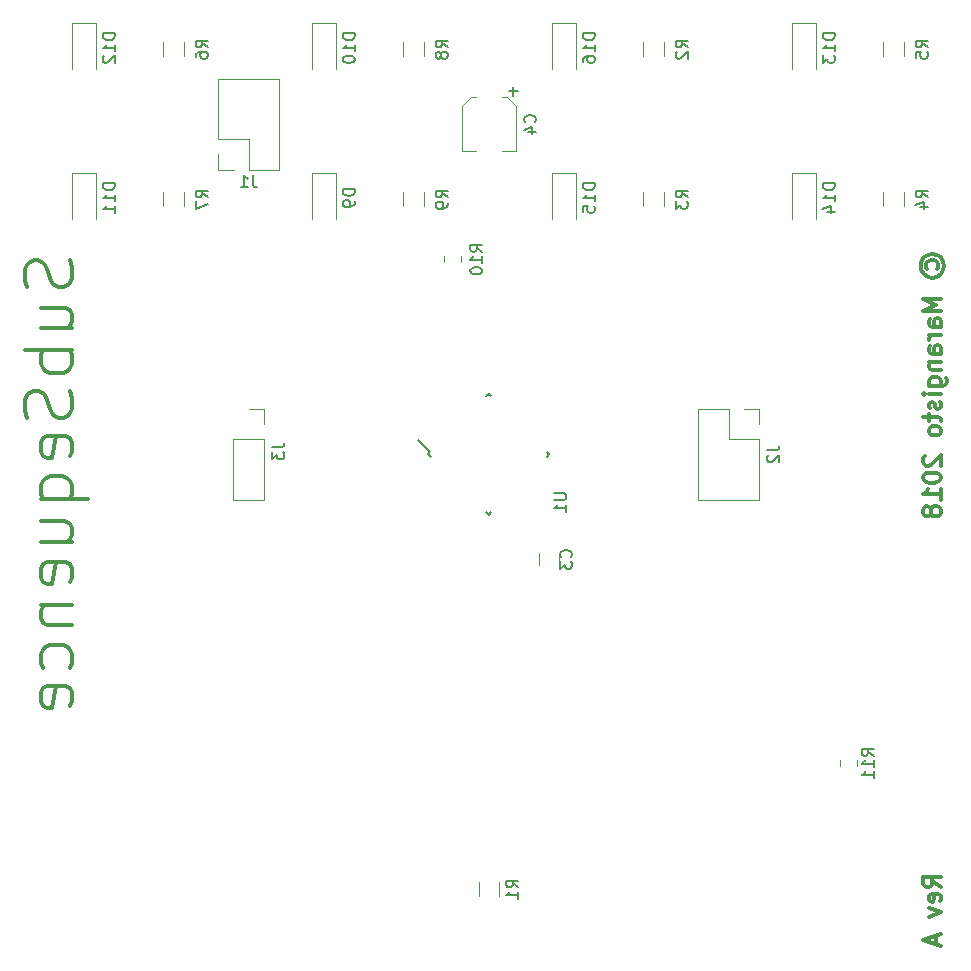
<source format=gbr>
G04 #@! TF.GenerationSoftware,KiCad,Pcbnew,(5.0.1-3-g963ef8bb5)*
G04 #@! TF.CreationDate,2018-11-04T19:12:54+08:00*
G04 #@! TF.ProjectId,SubSequence,53756253657175656E63652E6B696361,rev?*
G04 #@! TF.SameCoordinates,Original*
G04 #@! TF.FileFunction,Legend,Bot*
G04 #@! TF.FilePolarity,Positive*
%FSLAX46Y46*%
G04 Gerber Fmt 4.6, Leading zero omitted, Abs format (unit mm)*
G04 Created by KiCad (PCBNEW (5.0.1-3-g963ef8bb5)) date 2018 November 04, Sunday 19:12:54*
%MOMM*%
%LPD*%
G01*
G04 APERTURE LIST*
%ADD10C,0.300000*%
%ADD11C,0.120000*%
%ADD12C,0.150000*%
G04 APERTURE END LIST*
D10*
X190670571Y-131893714D02*
X189956285Y-131393714D01*
X190670571Y-131036571D02*
X189170571Y-131036571D01*
X189170571Y-131608000D01*
X189242000Y-131750857D01*
X189313428Y-131822285D01*
X189456285Y-131893714D01*
X189670571Y-131893714D01*
X189813428Y-131822285D01*
X189884857Y-131750857D01*
X189956285Y-131608000D01*
X189956285Y-131036571D01*
X190599142Y-133108000D02*
X190670571Y-132965142D01*
X190670571Y-132679428D01*
X190599142Y-132536571D01*
X190456285Y-132465142D01*
X189884857Y-132465142D01*
X189742000Y-132536571D01*
X189670571Y-132679428D01*
X189670571Y-132965142D01*
X189742000Y-133108000D01*
X189884857Y-133179428D01*
X190027714Y-133179428D01*
X190170571Y-132465142D01*
X189670571Y-133679428D02*
X190670571Y-134036571D01*
X189670571Y-134393714D01*
X190242000Y-136036571D02*
X190242000Y-136750857D01*
X190670571Y-135893714D02*
X189170571Y-136393714D01*
X190670571Y-136893714D01*
X189527714Y-79586571D02*
X189456285Y-79443714D01*
X189456285Y-79158000D01*
X189527714Y-79015142D01*
X189670571Y-78872285D01*
X189813428Y-78800857D01*
X190099142Y-78800857D01*
X190242000Y-78872285D01*
X190384857Y-79015142D01*
X190456285Y-79158000D01*
X190456285Y-79443714D01*
X190384857Y-79586571D01*
X188956285Y-79300857D02*
X189027714Y-78943714D01*
X189242000Y-78586571D01*
X189599142Y-78372285D01*
X189956285Y-78300857D01*
X190313428Y-78372285D01*
X190670571Y-78586571D01*
X190884857Y-78943714D01*
X190956285Y-79300857D01*
X190884857Y-79658000D01*
X190670571Y-80015142D01*
X190313428Y-80229428D01*
X189956285Y-80300857D01*
X189599142Y-80229428D01*
X189242000Y-80015142D01*
X189027714Y-79658000D01*
X188956285Y-79300857D01*
X190670571Y-82086571D02*
X189170571Y-82086571D01*
X190242000Y-82586571D01*
X189170571Y-83086571D01*
X190670571Y-83086571D01*
X190670571Y-84443714D02*
X189884857Y-84443714D01*
X189742000Y-84372285D01*
X189670571Y-84229428D01*
X189670571Y-83943714D01*
X189742000Y-83800857D01*
X190599142Y-84443714D02*
X190670571Y-84300857D01*
X190670571Y-83943714D01*
X190599142Y-83800857D01*
X190456285Y-83729428D01*
X190313428Y-83729428D01*
X190170571Y-83800857D01*
X190099142Y-83943714D01*
X190099142Y-84300857D01*
X190027714Y-84443714D01*
X190670571Y-85157999D02*
X189670571Y-85157999D01*
X189956285Y-85157999D02*
X189813428Y-85229428D01*
X189742000Y-85300857D01*
X189670571Y-85443714D01*
X189670571Y-85586571D01*
X190670571Y-86729428D02*
X189884857Y-86729428D01*
X189742000Y-86657999D01*
X189670571Y-86515142D01*
X189670571Y-86229428D01*
X189742000Y-86086571D01*
X190599142Y-86729428D02*
X190670571Y-86586571D01*
X190670571Y-86229428D01*
X190599142Y-86086571D01*
X190456285Y-86015142D01*
X190313428Y-86015142D01*
X190170571Y-86086571D01*
X190099142Y-86229428D01*
X190099142Y-86586571D01*
X190027714Y-86729428D01*
X189670571Y-87443714D02*
X190670571Y-87443714D01*
X189813428Y-87443714D02*
X189742000Y-87515142D01*
X189670571Y-87657999D01*
X189670571Y-87872285D01*
X189742000Y-88015142D01*
X189884857Y-88086571D01*
X190670571Y-88086571D01*
X189670571Y-89443714D02*
X190884857Y-89443714D01*
X191027714Y-89372285D01*
X191099142Y-89300857D01*
X191170571Y-89157999D01*
X191170571Y-88943714D01*
X191099142Y-88800857D01*
X190599142Y-89443714D02*
X190670571Y-89300857D01*
X190670571Y-89015142D01*
X190599142Y-88872285D01*
X190527714Y-88800857D01*
X190384857Y-88729428D01*
X189956285Y-88729428D01*
X189813428Y-88800857D01*
X189742000Y-88872285D01*
X189670571Y-89015142D01*
X189670571Y-89300857D01*
X189742000Y-89443714D01*
X190670571Y-90157999D02*
X189670571Y-90157999D01*
X189170571Y-90157999D02*
X189242000Y-90086571D01*
X189313428Y-90157999D01*
X189242000Y-90229428D01*
X189170571Y-90157999D01*
X189313428Y-90157999D01*
X190599142Y-90800857D02*
X190670571Y-90943714D01*
X190670571Y-91229428D01*
X190599142Y-91372285D01*
X190456285Y-91443714D01*
X190384857Y-91443714D01*
X190242000Y-91372285D01*
X190170571Y-91229428D01*
X190170571Y-91015142D01*
X190099142Y-90872285D01*
X189956285Y-90800857D01*
X189884857Y-90800857D01*
X189742000Y-90872285D01*
X189670571Y-91015142D01*
X189670571Y-91229428D01*
X189742000Y-91372285D01*
X189670571Y-91872285D02*
X189670571Y-92443714D01*
X189170571Y-92086571D02*
X190456285Y-92086571D01*
X190599142Y-92157999D01*
X190670571Y-92300857D01*
X190670571Y-92443714D01*
X190670571Y-93157999D02*
X190599142Y-93015142D01*
X190527714Y-92943714D01*
X190384857Y-92872285D01*
X189956285Y-92872285D01*
X189813428Y-92943714D01*
X189742000Y-93015142D01*
X189670571Y-93157999D01*
X189670571Y-93372285D01*
X189742000Y-93515142D01*
X189813428Y-93586571D01*
X189956285Y-93657999D01*
X190384857Y-93657999D01*
X190527714Y-93586571D01*
X190599142Y-93515142D01*
X190670571Y-93372285D01*
X190670571Y-93157999D01*
X189313428Y-95372285D02*
X189242000Y-95443714D01*
X189170571Y-95586571D01*
X189170571Y-95943714D01*
X189242000Y-96086571D01*
X189313428Y-96157999D01*
X189456285Y-96229428D01*
X189599142Y-96229428D01*
X189813428Y-96157999D01*
X190670571Y-95300857D01*
X190670571Y-96229428D01*
X189170571Y-97157999D02*
X189170571Y-97300857D01*
X189242000Y-97443714D01*
X189313428Y-97515142D01*
X189456285Y-97586571D01*
X189742000Y-97657999D01*
X190099142Y-97657999D01*
X190384857Y-97586571D01*
X190527714Y-97515142D01*
X190599142Y-97443714D01*
X190670571Y-97300857D01*
X190670571Y-97157999D01*
X190599142Y-97015142D01*
X190527714Y-96943714D01*
X190384857Y-96872285D01*
X190099142Y-96800857D01*
X189742000Y-96800857D01*
X189456285Y-96872285D01*
X189313428Y-96943714D01*
X189242000Y-97015142D01*
X189170571Y-97157999D01*
X190670571Y-99086571D02*
X190670571Y-98229428D01*
X190670571Y-98657999D02*
X189170571Y-98657999D01*
X189384857Y-98515142D01*
X189527714Y-98372285D01*
X189599142Y-98229428D01*
X189813428Y-99943714D02*
X189742000Y-99800857D01*
X189670571Y-99729428D01*
X189527714Y-99657999D01*
X189456285Y-99657999D01*
X189313428Y-99729428D01*
X189242000Y-99800857D01*
X189170571Y-99943714D01*
X189170571Y-100229428D01*
X189242000Y-100372285D01*
X189313428Y-100443714D01*
X189456285Y-100515142D01*
X189527714Y-100515142D01*
X189670571Y-100443714D01*
X189742000Y-100372285D01*
X189813428Y-100229428D01*
X189813428Y-99943714D01*
X189884857Y-99800857D01*
X189956285Y-99729428D01*
X190099142Y-99657999D01*
X190384857Y-99657999D01*
X190527714Y-99729428D01*
X190599142Y-99800857D01*
X190670571Y-99943714D01*
X190670571Y-100229428D01*
X190599142Y-100372285D01*
X190527714Y-100443714D01*
X190384857Y-100515142D01*
X190099142Y-100515142D01*
X189956285Y-100443714D01*
X189884857Y-100372285D01*
X189813428Y-100229428D01*
X116935047Y-78837619D02*
X117125523Y-79409047D01*
X117125523Y-80361428D01*
X116935047Y-80742380D01*
X116744571Y-80932857D01*
X116363619Y-81123333D01*
X115982666Y-81123333D01*
X115601714Y-80932857D01*
X115411238Y-80742380D01*
X115220761Y-80361428D01*
X115030285Y-79599523D01*
X114839809Y-79218571D01*
X114649333Y-79028095D01*
X114268380Y-78837619D01*
X113887428Y-78837619D01*
X113506476Y-79028095D01*
X113316000Y-79218571D01*
X113125523Y-79599523D01*
X113125523Y-80551904D01*
X113316000Y-81123333D01*
X114458857Y-84551904D02*
X117125523Y-84551904D01*
X114458857Y-82837619D02*
X116554095Y-82837619D01*
X116935047Y-83028095D01*
X117125523Y-83409047D01*
X117125523Y-83980476D01*
X116935047Y-84361428D01*
X116744571Y-84551904D01*
X117125523Y-86456666D02*
X113125523Y-86456666D01*
X114649333Y-86456666D02*
X114458857Y-86837619D01*
X114458857Y-87599523D01*
X114649333Y-87980476D01*
X114839809Y-88170952D01*
X115220761Y-88361428D01*
X116363619Y-88361428D01*
X116744571Y-88170952D01*
X116935047Y-87980476D01*
X117125523Y-87599523D01*
X117125523Y-86837619D01*
X116935047Y-86456666D01*
X116935047Y-89885238D02*
X117125523Y-90456666D01*
X117125523Y-91409047D01*
X116935047Y-91790000D01*
X116744571Y-91980476D01*
X116363619Y-92170952D01*
X115982666Y-92170952D01*
X115601714Y-91980476D01*
X115411238Y-91790000D01*
X115220761Y-91409047D01*
X115030285Y-90647142D01*
X114839809Y-90266190D01*
X114649333Y-90075714D01*
X114268380Y-89885238D01*
X113887428Y-89885238D01*
X113506476Y-90075714D01*
X113316000Y-90266190D01*
X113125523Y-90647142D01*
X113125523Y-91599523D01*
X113316000Y-92170952D01*
X116935047Y-95409047D02*
X117125523Y-95028095D01*
X117125523Y-94266190D01*
X116935047Y-93885238D01*
X116554095Y-93694761D01*
X115030285Y-93694761D01*
X114649333Y-93885238D01*
X114458857Y-94266190D01*
X114458857Y-95028095D01*
X114649333Y-95409047D01*
X115030285Y-95599523D01*
X115411238Y-95599523D01*
X115792190Y-93694761D01*
X114458857Y-99028095D02*
X118458857Y-99028095D01*
X116935047Y-99028095D02*
X117125523Y-98647142D01*
X117125523Y-97885238D01*
X116935047Y-97504285D01*
X116744571Y-97313809D01*
X116363619Y-97123333D01*
X115220761Y-97123333D01*
X114839809Y-97313809D01*
X114649333Y-97504285D01*
X114458857Y-97885238D01*
X114458857Y-98647142D01*
X114649333Y-99028095D01*
X114458857Y-102647142D02*
X117125523Y-102647142D01*
X114458857Y-100932857D02*
X116554095Y-100932857D01*
X116935047Y-101123333D01*
X117125523Y-101504285D01*
X117125523Y-102075714D01*
X116935047Y-102456666D01*
X116744571Y-102647142D01*
X116935047Y-106075714D02*
X117125523Y-105694761D01*
X117125523Y-104932857D01*
X116935047Y-104551904D01*
X116554095Y-104361428D01*
X115030285Y-104361428D01*
X114649333Y-104551904D01*
X114458857Y-104932857D01*
X114458857Y-105694761D01*
X114649333Y-106075714D01*
X115030285Y-106266190D01*
X115411238Y-106266190D01*
X115792190Y-104361428D01*
X114458857Y-107980476D02*
X117125523Y-107980476D01*
X114839809Y-107980476D02*
X114649333Y-108170952D01*
X114458857Y-108551904D01*
X114458857Y-109123333D01*
X114649333Y-109504285D01*
X115030285Y-109694761D01*
X117125523Y-109694761D01*
X116935047Y-113313809D02*
X117125523Y-112932857D01*
X117125523Y-112170952D01*
X116935047Y-111790000D01*
X116744571Y-111599523D01*
X116363619Y-111409047D01*
X115220761Y-111409047D01*
X114839809Y-111599523D01*
X114649333Y-111790000D01*
X114458857Y-112170952D01*
X114458857Y-112932857D01*
X114649333Y-113313809D01*
X116935047Y-116551904D02*
X117125523Y-116170952D01*
X117125523Y-115409047D01*
X116935047Y-115028095D01*
X116554095Y-114837619D01*
X115030285Y-114837619D01*
X114649333Y-115028095D01*
X114458857Y-115409047D01*
X114458857Y-116170952D01*
X114649333Y-116551904D01*
X115030285Y-116742380D01*
X115411238Y-116742380D01*
X115792190Y-114837619D01*
D11*
G04 #@! TO.C,R10*
X150062000Y-78481422D02*
X150062000Y-78998578D01*
X148642000Y-78481422D02*
X148642000Y-78998578D01*
G04 #@! TO.C,R11*
X183590000Y-121670578D02*
X183590000Y-121153422D01*
X182170000Y-121670578D02*
X182170000Y-121153422D01*
G04 #@! TO.C,C4*
X150110000Y-65790000D02*
X150880000Y-65020000D01*
X150110000Y-65790000D02*
X150110000Y-69600000D01*
X154690000Y-65790000D02*
X153920000Y-65020000D01*
X154690000Y-65790000D02*
X154690000Y-69600000D01*
X150880000Y-65020000D02*
X151280000Y-65020000D01*
X150110000Y-69600000D02*
X151280000Y-69600000D01*
X154690000Y-69600000D02*
X153520000Y-69600000D01*
X153920000Y-65020000D02*
X153520000Y-65020000D01*
G04 #@! TO.C,C3*
X156630000Y-104640000D02*
X156630000Y-103640000D01*
X158330000Y-103640000D02*
X158330000Y-104640000D01*
G04 #@! TO.C,D15*
X157750000Y-71460000D02*
X159750000Y-71460000D01*
X159750000Y-71460000D02*
X159750000Y-75310000D01*
X157750000Y-71460000D02*
X157750000Y-75310000D01*
G04 #@! TO.C,D14*
X178070000Y-71460000D02*
X178070000Y-75310000D01*
X180070000Y-71460000D02*
X180070000Y-75310000D01*
X178070000Y-71460000D02*
X180070000Y-71460000D01*
G04 #@! TO.C,D13*
X178070000Y-58760000D02*
X180070000Y-58760000D01*
X180070000Y-58760000D02*
X180070000Y-62610000D01*
X178070000Y-58760000D02*
X178070000Y-62610000D01*
G04 #@! TO.C,D12*
X117110000Y-58760000D02*
X117110000Y-62610000D01*
X119110000Y-58760000D02*
X119110000Y-62610000D01*
X117110000Y-58760000D02*
X119110000Y-58760000D01*
G04 #@! TO.C,D11*
X117110000Y-71460000D02*
X119110000Y-71460000D01*
X119110000Y-71460000D02*
X119110000Y-75310000D01*
X117110000Y-71460000D02*
X117110000Y-75310000D01*
G04 #@! TO.C,D10*
X137430000Y-58760000D02*
X137430000Y-62610000D01*
X139430000Y-58760000D02*
X139430000Y-62610000D01*
X137430000Y-58760000D02*
X139430000Y-58760000D01*
G04 #@! TO.C,D9*
X137430000Y-71460000D02*
X139430000Y-71460000D01*
X139430000Y-71460000D02*
X139430000Y-75310000D01*
X137430000Y-71460000D02*
X137430000Y-75310000D01*
G04 #@! TO.C,D16*
X157750000Y-58760000D02*
X157750000Y-62610000D01*
X159750000Y-58760000D02*
X159750000Y-62610000D01*
X157750000Y-58760000D02*
X159750000Y-58760000D01*
D12*
G04 #@! TO.C,U1*
X147432575Y-95090901D02*
X146424948Y-94083274D01*
X152400000Y-100376524D02*
X152170190Y-100146714D01*
X157526524Y-95250000D02*
X157296714Y-95020190D01*
X152400000Y-90123476D02*
X152629810Y-90353286D01*
X147273476Y-95250000D02*
X147503286Y-95479810D01*
X152400000Y-90123476D02*
X152170190Y-90353286D01*
X157526524Y-95250000D02*
X157296714Y-95479810D01*
X152400000Y-100376524D02*
X152629810Y-100146714D01*
X147273476Y-95250000D02*
X147432575Y-95090901D01*
D11*
G04 #@! TO.C,J3*
X133410000Y-91380000D02*
X132080000Y-91380000D01*
X133410000Y-92710000D02*
X133410000Y-91380000D01*
X133410000Y-93980000D02*
X130750000Y-93980000D01*
X130750000Y-93980000D02*
X130750000Y-99120000D01*
X133410000Y-93980000D02*
X133410000Y-99120000D01*
X133410000Y-99120000D02*
X130750000Y-99120000D01*
G04 #@! TO.C,J1*
X129480000Y-63440000D02*
X134680000Y-63440000D01*
X129480000Y-68580000D02*
X129480000Y-63440000D01*
X134680000Y-71180000D02*
X134680000Y-63440000D01*
X129480000Y-68580000D02*
X132080000Y-68580000D01*
X132080000Y-68580000D02*
X132080000Y-71180000D01*
X132080000Y-71180000D02*
X134680000Y-71180000D01*
X129480000Y-69850000D02*
X129480000Y-71180000D01*
X129480000Y-71180000D02*
X130810000Y-71180000D01*
G04 #@! TO.C,J2*
X175320000Y-91380000D02*
X173990000Y-91380000D01*
X175320000Y-92710000D02*
X175320000Y-91380000D01*
X172720000Y-91380000D02*
X170120000Y-91380000D01*
X172720000Y-93980000D02*
X172720000Y-91380000D01*
X175320000Y-93980000D02*
X172720000Y-93980000D01*
X170120000Y-91380000D02*
X170120000Y-99120000D01*
X175320000Y-93980000D02*
X175320000Y-99120000D01*
X175320000Y-99120000D02*
X170120000Y-99120000D01*
G04 #@! TO.C,R2*
X165490000Y-60360000D02*
X165490000Y-61560000D01*
X167250000Y-61560000D02*
X167250000Y-60360000D01*
G04 #@! TO.C,R5*
X187570000Y-61560000D02*
X187570000Y-60360000D01*
X185810000Y-60360000D02*
X185810000Y-61560000D01*
G04 #@! TO.C,R6*
X124850000Y-60360000D02*
X124850000Y-61560000D01*
X126610000Y-61560000D02*
X126610000Y-60360000D01*
G04 #@! TO.C,R7*
X126610000Y-74260000D02*
X126610000Y-73060000D01*
X124850000Y-73060000D02*
X124850000Y-74260000D01*
G04 #@! TO.C,R8*
X145170000Y-60360000D02*
X145170000Y-61560000D01*
X146930000Y-61560000D02*
X146930000Y-60360000D01*
G04 #@! TO.C,R9*
X146930000Y-74260000D02*
X146930000Y-73060000D01*
X145170000Y-73060000D02*
X145170000Y-74260000D01*
G04 #@! TO.C,R4*
X185810000Y-73060000D02*
X185810000Y-74260000D01*
X187570000Y-74260000D02*
X187570000Y-73060000D01*
G04 #@! TO.C,R3*
X167250000Y-74260000D02*
X167250000Y-73060000D01*
X165490000Y-73060000D02*
X165490000Y-74260000D01*
G04 #@! TO.C,R1*
X153300320Y-132662220D02*
X153300320Y-131462220D01*
X151540320Y-131462220D02*
X151540320Y-132662220D01*
G04 #@! TO.C,R10*
D12*
X151836380Y-78097142D02*
X151360190Y-77763809D01*
X151836380Y-77525714D02*
X150836380Y-77525714D01*
X150836380Y-77906666D01*
X150884000Y-78001904D01*
X150931619Y-78049523D01*
X151026857Y-78097142D01*
X151169714Y-78097142D01*
X151264952Y-78049523D01*
X151312571Y-78001904D01*
X151360190Y-77906666D01*
X151360190Y-77525714D01*
X151836380Y-79049523D02*
X151836380Y-78478095D01*
X151836380Y-78763809D02*
X150836380Y-78763809D01*
X150979238Y-78668571D01*
X151074476Y-78573333D01*
X151122095Y-78478095D01*
X150836380Y-79668571D02*
X150836380Y-79763809D01*
X150884000Y-79859047D01*
X150931619Y-79906666D01*
X151026857Y-79954285D01*
X151217333Y-80001904D01*
X151455428Y-80001904D01*
X151645904Y-79954285D01*
X151741142Y-79906666D01*
X151788761Y-79859047D01*
X151836380Y-79763809D01*
X151836380Y-79668571D01*
X151788761Y-79573333D01*
X151741142Y-79525714D01*
X151645904Y-79478095D01*
X151455428Y-79430476D01*
X151217333Y-79430476D01*
X151026857Y-79478095D01*
X150931619Y-79525714D01*
X150884000Y-79573333D01*
X150836380Y-79668571D01*
G04 #@! TO.C,R11*
X184982380Y-120769142D02*
X184506190Y-120435809D01*
X184982380Y-120197714D02*
X183982380Y-120197714D01*
X183982380Y-120578666D01*
X184030000Y-120673904D01*
X184077619Y-120721523D01*
X184172857Y-120769142D01*
X184315714Y-120769142D01*
X184410952Y-120721523D01*
X184458571Y-120673904D01*
X184506190Y-120578666D01*
X184506190Y-120197714D01*
X184982380Y-121721523D02*
X184982380Y-121150095D01*
X184982380Y-121435809D02*
X183982380Y-121435809D01*
X184125238Y-121340571D01*
X184220476Y-121245333D01*
X184268095Y-121150095D01*
X184982380Y-122673904D02*
X184982380Y-122102476D01*
X184982380Y-122388190D02*
X183982380Y-122388190D01*
X184125238Y-122292952D01*
X184220476Y-122197714D01*
X184268095Y-122102476D01*
G04 #@! TO.C,C4*
X156297142Y-67143333D02*
X156344761Y-67095714D01*
X156392380Y-66952857D01*
X156392380Y-66857619D01*
X156344761Y-66714761D01*
X156249523Y-66619523D01*
X156154285Y-66571904D01*
X155963809Y-66524285D01*
X155820952Y-66524285D01*
X155630476Y-66571904D01*
X155535238Y-66619523D01*
X155440000Y-66714761D01*
X155392380Y-66857619D01*
X155392380Y-66952857D01*
X155440000Y-67095714D01*
X155487619Y-67143333D01*
X155725714Y-68000476D02*
X156392380Y-68000476D01*
X155344761Y-67762380D02*
X156059047Y-67524285D01*
X156059047Y-68143333D01*
X154481428Y-64149047D02*
X154481428Y-64910952D01*
X154862380Y-64530000D02*
X154100476Y-64530000D01*
G04 #@! TO.C,C3*
X159337142Y-103973333D02*
X159384761Y-103925714D01*
X159432380Y-103782857D01*
X159432380Y-103687619D01*
X159384761Y-103544761D01*
X159289523Y-103449523D01*
X159194285Y-103401904D01*
X159003809Y-103354285D01*
X158860952Y-103354285D01*
X158670476Y-103401904D01*
X158575238Y-103449523D01*
X158480000Y-103544761D01*
X158432380Y-103687619D01*
X158432380Y-103782857D01*
X158480000Y-103925714D01*
X158527619Y-103973333D01*
X158432380Y-104306666D02*
X158432380Y-104925714D01*
X158813333Y-104592380D01*
X158813333Y-104735238D01*
X158860952Y-104830476D01*
X158908571Y-104878095D01*
X159003809Y-104925714D01*
X159241904Y-104925714D01*
X159337142Y-104878095D01*
X159384761Y-104830476D01*
X159432380Y-104735238D01*
X159432380Y-104449523D01*
X159384761Y-104354285D01*
X159337142Y-104306666D01*
G04 #@! TO.C,D15*
X161361380Y-72318714D02*
X160361380Y-72318714D01*
X160361380Y-72556809D01*
X160409000Y-72699666D01*
X160504238Y-72794904D01*
X160599476Y-72842523D01*
X160789952Y-72890142D01*
X160932809Y-72890142D01*
X161123285Y-72842523D01*
X161218523Y-72794904D01*
X161313761Y-72699666D01*
X161361380Y-72556809D01*
X161361380Y-72318714D01*
X161361380Y-73842523D02*
X161361380Y-73271095D01*
X161361380Y-73556809D02*
X160361380Y-73556809D01*
X160504238Y-73461571D01*
X160599476Y-73366333D01*
X160647095Y-73271095D01*
X160361380Y-74747285D02*
X160361380Y-74271095D01*
X160837571Y-74223476D01*
X160789952Y-74271095D01*
X160742333Y-74366333D01*
X160742333Y-74604428D01*
X160789952Y-74699666D01*
X160837571Y-74747285D01*
X160932809Y-74794904D01*
X161170904Y-74794904D01*
X161266142Y-74747285D01*
X161313761Y-74699666D01*
X161361380Y-74604428D01*
X161361380Y-74366333D01*
X161313761Y-74271095D01*
X161266142Y-74223476D01*
G04 #@! TO.C,D14*
X181681380Y-72318714D02*
X180681380Y-72318714D01*
X180681380Y-72556809D01*
X180729000Y-72699666D01*
X180824238Y-72794904D01*
X180919476Y-72842523D01*
X181109952Y-72890142D01*
X181252809Y-72890142D01*
X181443285Y-72842523D01*
X181538523Y-72794904D01*
X181633761Y-72699666D01*
X181681380Y-72556809D01*
X181681380Y-72318714D01*
X181681380Y-73842523D02*
X181681380Y-73271095D01*
X181681380Y-73556809D02*
X180681380Y-73556809D01*
X180824238Y-73461571D01*
X180919476Y-73366333D01*
X180967095Y-73271095D01*
X181014714Y-74699666D02*
X181681380Y-74699666D01*
X180633761Y-74461571D02*
X181348047Y-74223476D01*
X181348047Y-74842523D01*
G04 #@! TO.C,D13*
X181681380Y-59618714D02*
X180681380Y-59618714D01*
X180681380Y-59856809D01*
X180729000Y-59999666D01*
X180824238Y-60094904D01*
X180919476Y-60142523D01*
X181109952Y-60190142D01*
X181252809Y-60190142D01*
X181443285Y-60142523D01*
X181538523Y-60094904D01*
X181633761Y-59999666D01*
X181681380Y-59856809D01*
X181681380Y-59618714D01*
X181681380Y-61142523D02*
X181681380Y-60571095D01*
X181681380Y-60856809D02*
X180681380Y-60856809D01*
X180824238Y-60761571D01*
X180919476Y-60666333D01*
X180967095Y-60571095D01*
X180681380Y-61475857D02*
X180681380Y-62094904D01*
X181062333Y-61761571D01*
X181062333Y-61904428D01*
X181109952Y-61999666D01*
X181157571Y-62047285D01*
X181252809Y-62094904D01*
X181490904Y-62094904D01*
X181586142Y-62047285D01*
X181633761Y-61999666D01*
X181681380Y-61904428D01*
X181681380Y-61618714D01*
X181633761Y-61523476D01*
X181586142Y-61475857D01*
G04 #@! TO.C,D12*
X120721380Y-59618714D02*
X119721380Y-59618714D01*
X119721380Y-59856809D01*
X119769000Y-59999666D01*
X119864238Y-60094904D01*
X119959476Y-60142523D01*
X120149952Y-60190142D01*
X120292809Y-60190142D01*
X120483285Y-60142523D01*
X120578523Y-60094904D01*
X120673761Y-59999666D01*
X120721380Y-59856809D01*
X120721380Y-59618714D01*
X120721380Y-61142523D02*
X120721380Y-60571095D01*
X120721380Y-60856809D02*
X119721380Y-60856809D01*
X119864238Y-60761571D01*
X119959476Y-60666333D01*
X120007095Y-60571095D01*
X119816619Y-61523476D02*
X119769000Y-61571095D01*
X119721380Y-61666333D01*
X119721380Y-61904428D01*
X119769000Y-61999666D01*
X119816619Y-62047285D01*
X119911857Y-62094904D01*
X120007095Y-62094904D01*
X120149952Y-62047285D01*
X120721380Y-61475857D01*
X120721380Y-62094904D01*
G04 #@! TO.C,D11*
X120721380Y-72318714D02*
X119721380Y-72318714D01*
X119721380Y-72556809D01*
X119769000Y-72699666D01*
X119864238Y-72794904D01*
X119959476Y-72842523D01*
X120149952Y-72890142D01*
X120292809Y-72890142D01*
X120483285Y-72842523D01*
X120578523Y-72794904D01*
X120673761Y-72699666D01*
X120721380Y-72556809D01*
X120721380Y-72318714D01*
X120721380Y-73842523D02*
X120721380Y-73271095D01*
X120721380Y-73556809D02*
X119721380Y-73556809D01*
X119864238Y-73461571D01*
X119959476Y-73366333D01*
X120007095Y-73271095D01*
X120721380Y-74794904D02*
X120721380Y-74223476D01*
X120721380Y-74509190D02*
X119721380Y-74509190D01*
X119864238Y-74413952D01*
X119959476Y-74318714D01*
X120007095Y-74223476D01*
G04 #@! TO.C,D10*
X141041380Y-59618714D02*
X140041380Y-59618714D01*
X140041380Y-59856809D01*
X140089000Y-59999666D01*
X140184238Y-60094904D01*
X140279476Y-60142523D01*
X140469952Y-60190142D01*
X140612809Y-60190142D01*
X140803285Y-60142523D01*
X140898523Y-60094904D01*
X140993761Y-59999666D01*
X141041380Y-59856809D01*
X141041380Y-59618714D01*
X141041380Y-61142523D02*
X141041380Y-60571095D01*
X141041380Y-60856809D02*
X140041380Y-60856809D01*
X140184238Y-60761571D01*
X140279476Y-60666333D01*
X140327095Y-60571095D01*
X140041380Y-61761571D02*
X140041380Y-61856809D01*
X140089000Y-61952047D01*
X140136619Y-61999666D01*
X140231857Y-62047285D01*
X140422333Y-62094904D01*
X140660428Y-62094904D01*
X140850904Y-62047285D01*
X140946142Y-61999666D01*
X140993761Y-61952047D01*
X141041380Y-61856809D01*
X141041380Y-61761571D01*
X140993761Y-61666333D01*
X140946142Y-61618714D01*
X140850904Y-61571095D01*
X140660428Y-61523476D01*
X140422333Y-61523476D01*
X140231857Y-61571095D01*
X140136619Y-61618714D01*
X140089000Y-61666333D01*
X140041380Y-61761571D01*
G04 #@! TO.C,D9*
X141041380Y-72794904D02*
X140041380Y-72794904D01*
X140041380Y-73033000D01*
X140089000Y-73175857D01*
X140184238Y-73271095D01*
X140279476Y-73318714D01*
X140469952Y-73366333D01*
X140612809Y-73366333D01*
X140803285Y-73318714D01*
X140898523Y-73271095D01*
X140993761Y-73175857D01*
X141041380Y-73033000D01*
X141041380Y-72794904D01*
X141041380Y-73842523D02*
X141041380Y-74033000D01*
X140993761Y-74128238D01*
X140946142Y-74175857D01*
X140803285Y-74271095D01*
X140612809Y-74318714D01*
X140231857Y-74318714D01*
X140136619Y-74271095D01*
X140089000Y-74223476D01*
X140041380Y-74128238D01*
X140041380Y-73937761D01*
X140089000Y-73842523D01*
X140136619Y-73794904D01*
X140231857Y-73747285D01*
X140469952Y-73747285D01*
X140565190Y-73794904D01*
X140612809Y-73842523D01*
X140660428Y-73937761D01*
X140660428Y-74128238D01*
X140612809Y-74223476D01*
X140565190Y-74271095D01*
X140469952Y-74318714D01*
G04 #@! TO.C,D16*
X161361380Y-59618714D02*
X160361380Y-59618714D01*
X160361380Y-59856809D01*
X160409000Y-59999666D01*
X160504238Y-60094904D01*
X160599476Y-60142523D01*
X160789952Y-60190142D01*
X160932809Y-60190142D01*
X161123285Y-60142523D01*
X161218523Y-60094904D01*
X161313761Y-59999666D01*
X161361380Y-59856809D01*
X161361380Y-59618714D01*
X161361380Y-61142523D02*
X161361380Y-60571095D01*
X161361380Y-60856809D02*
X160361380Y-60856809D01*
X160504238Y-60761571D01*
X160599476Y-60666333D01*
X160647095Y-60571095D01*
X160361380Y-61999666D02*
X160361380Y-61809190D01*
X160409000Y-61713952D01*
X160456619Y-61666333D01*
X160599476Y-61571095D01*
X160789952Y-61523476D01*
X161170904Y-61523476D01*
X161266142Y-61571095D01*
X161313761Y-61618714D01*
X161361380Y-61713952D01*
X161361380Y-61904428D01*
X161313761Y-61999666D01*
X161266142Y-62047285D01*
X161170904Y-62094904D01*
X160932809Y-62094904D01*
X160837571Y-62047285D01*
X160789952Y-61999666D01*
X160742333Y-61904428D01*
X160742333Y-61713952D01*
X160789952Y-61618714D01*
X160837571Y-61571095D01*
X160932809Y-61523476D01*
G04 #@! TO.C,U1*
X157948380Y-98552095D02*
X158757904Y-98552095D01*
X158853142Y-98599714D01*
X158900761Y-98647333D01*
X158948380Y-98742571D01*
X158948380Y-98933047D01*
X158900761Y-99028285D01*
X158853142Y-99075904D01*
X158757904Y-99123523D01*
X157948380Y-99123523D01*
X158948380Y-100123523D02*
X158948380Y-99552095D01*
X158948380Y-99837809D02*
X157948380Y-99837809D01*
X158091238Y-99742571D01*
X158186476Y-99647333D01*
X158234095Y-99552095D01*
G04 #@! TO.C,J3*
X134072380Y-94662666D02*
X134786666Y-94662666D01*
X134929523Y-94615047D01*
X135024761Y-94519809D01*
X135072380Y-94376952D01*
X135072380Y-94281714D01*
X134072380Y-95043619D02*
X134072380Y-95662666D01*
X134453333Y-95329333D01*
X134453333Y-95472190D01*
X134500952Y-95567428D01*
X134548571Y-95615047D01*
X134643809Y-95662666D01*
X134881904Y-95662666D01*
X134977142Y-95615047D01*
X135024761Y-95567428D01*
X135072380Y-95472190D01*
X135072380Y-95186476D01*
X135024761Y-95091238D01*
X134977142Y-95043619D01*
G04 #@! TO.C,J1*
X132413333Y-71632380D02*
X132413333Y-72346666D01*
X132460952Y-72489523D01*
X132556190Y-72584761D01*
X132699047Y-72632380D01*
X132794285Y-72632380D01*
X131413333Y-72632380D02*
X131984761Y-72632380D01*
X131699047Y-72632380D02*
X131699047Y-71632380D01*
X131794285Y-71775238D01*
X131889523Y-71870476D01*
X131984761Y-71918095D01*
G04 #@! TO.C,J2*
X175982380Y-94916666D02*
X176696666Y-94916666D01*
X176839523Y-94869047D01*
X176934761Y-94773809D01*
X176982380Y-94630952D01*
X176982380Y-94535714D01*
X176077619Y-95345238D02*
X176030000Y-95392857D01*
X175982380Y-95488095D01*
X175982380Y-95726190D01*
X176030000Y-95821428D01*
X176077619Y-95869047D01*
X176172857Y-95916666D01*
X176268095Y-95916666D01*
X176410952Y-95869047D01*
X176982380Y-95297619D01*
X176982380Y-95916666D01*
G04 #@! TO.C,R2*
X169236380Y-60793333D02*
X168760190Y-60460000D01*
X169236380Y-60221904D02*
X168236380Y-60221904D01*
X168236380Y-60602857D01*
X168284000Y-60698095D01*
X168331619Y-60745714D01*
X168426857Y-60793333D01*
X168569714Y-60793333D01*
X168664952Y-60745714D01*
X168712571Y-60698095D01*
X168760190Y-60602857D01*
X168760190Y-60221904D01*
X168331619Y-61174285D02*
X168284000Y-61221904D01*
X168236380Y-61317142D01*
X168236380Y-61555238D01*
X168284000Y-61650476D01*
X168331619Y-61698095D01*
X168426857Y-61745714D01*
X168522095Y-61745714D01*
X168664952Y-61698095D01*
X169236380Y-61126666D01*
X169236380Y-61745714D01*
G04 #@! TO.C,R5*
X189556380Y-60793333D02*
X189080190Y-60460000D01*
X189556380Y-60221904D02*
X188556380Y-60221904D01*
X188556380Y-60602857D01*
X188604000Y-60698095D01*
X188651619Y-60745714D01*
X188746857Y-60793333D01*
X188889714Y-60793333D01*
X188984952Y-60745714D01*
X189032571Y-60698095D01*
X189080190Y-60602857D01*
X189080190Y-60221904D01*
X188556380Y-61698095D02*
X188556380Y-61221904D01*
X189032571Y-61174285D01*
X188984952Y-61221904D01*
X188937333Y-61317142D01*
X188937333Y-61555238D01*
X188984952Y-61650476D01*
X189032571Y-61698095D01*
X189127809Y-61745714D01*
X189365904Y-61745714D01*
X189461142Y-61698095D01*
X189508761Y-61650476D01*
X189556380Y-61555238D01*
X189556380Y-61317142D01*
X189508761Y-61221904D01*
X189461142Y-61174285D01*
G04 #@! TO.C,R6*
X128596380Y-60793333D02*
X128120190Y-60460000D01*
X128596380Y-60221904D02*
X127596380Y-60221904D01*
X127596380Y-60602857D01*
X127644000Y-60698095D01*
X127691619Y-60745714D01*
X127786857Y-60793333D01*
X127929714Y-60793333D01*
X128024952Y-60745714D01*
X128072571Y-60698095D01*
X128120190Y-60602857D01*
X128120190Y-60221904D01*
X127596380Y-61650476D02*
X127596380Y-61460000D01*
X127644000Y-61364761D01*
X127691619Y-61317142D01*
X127834476Y-61221904D01*
X128024952Y-61174285D01*
X128405904Y-61174285D01*
X128501142Y-61221904D01*
X128548761Y-61269523D01*
X128596380Y-61364761D01*
X128596380Y-61555238D01*
X128548761Y-61650476D01*
X128501142Y-61698095D01*
X128405904Y-61745714D01*
X128167809Y-61745714D01*
X128072571Y-61698095D01*
X128024952Y-61650476D01*
X127977333Y-61555238D01*
X127977333Y-61364761D01*
X128024952Y-61269523D01*
X128072571Y-61221904D01*
X128167809Y-61174285D01*
G04 #@! TO.C,R7*
X128596380Y-73493333D02*
X128120190Y-73160000D01*
X128596380Y-72921904D02*
X127596380Y-72921904D01*
X127596380Y-73302857D01*
X127644000Y-73398095D01*
X127691619Y-73445714D01*
X127786857Y-73493333D01*
X127929714Y-73493333D01*
X128024952Y-73445714D01*
X128072571Y-73398095D01*
X128120190Y-73302857D01*
X128120190Y-72921904D01*
X127596380Y-73826666D02*
X127596380Y-74493333D01*
X128596380Y-74064761D01*
G04 #@! TO.C,R8*
X148916380Y-60793333D02*
X148440190Y-60460000D01*
X148916380Y-60221904D02*
X147916380Y-60221904D01*
X147916380Y-60602857D01*
X147964000Y-60698095D01*
X148011619Y-60745714D01*
X148106857Y-60793333D01*
X148249714Y-60793333D01*
X148344952Y-60745714D01*
X148392571Y-60698095D01*
X148440190Y-60602857D01*
X148440190Y-60221904D01*
X148344952Y-61364761D02*
X148297333Y-61269523D01*
X148249714Y-61221904D01*
X148154476Y-61174285D01*
X148106857Y-61174285D01*
X148011619Y-61221904D01*
X147964000Y-61269523D01*
X147916380Y-61364761D01*
X147916380Y-61555238D01*
X147964000Y-61650476D01*
X148011619Y-61698095D01*
X148106857Y-61745714D01*
X148154476Y-61745714D01*
X148249714Y-61698095D01*
X148297333Y-61650476D01*
X148344952Y-61555238D01*
X148344952Y-61364761D01*
X148392571Y-61269523D01*
X148440190Y-61221904D01*
X148535428Y-61174285D01*
X148725904Y-61174285D01*
X148821142Y-61221904D01*
X148868761Y-61269523D01*
X148916380Y-61364761D01*
X148916380Y-61555238D01*
X148868761Y-61650476D01*
X148821142Y-61698095D01*
X148725904Y-61745714D01*
X148535428Y-61745714D01*
X148440190Y-61698095D01*
X148392571Y-61650476D01*
X148344952Y-61555238D01*
G04 #@! TO.C,R9*
X148916380Y-73493333D02*
X148440190Y-73160000D01*
X148916380Y-72921904D02*
X147916380Y-72921904D01*
X147916380Y-73302857D01*
X147964000Y-73398095D01*
X148011619Y-73445714D01*
X148106857Y-73493333D01*
X148249714Y-73493333D01*
X148344952Y-73445714D01*
X148392571Y-73398095D01*
X148440190Y-73302857D01*
X148440190Y-72921904D01*
X148916380Y-73969523D02*
X148916380Y-74160000D01*
X148868761Y-74255238D01*
X148821142Y-74302857D01*
X148678285Y-74398095D01*
X148487809Y-74445714D01*
X148106857Y-74445714D01*
X148011619Y-74398095D01*
X147964000Y-74350476D01*
X147916380Y-74255238D01*
X147916380Y-74064761D01*
X147964000Y-73969523D01*
X148011619Y-73921904D01*
X148106857Y-73874285D01*
X148344952Y-73874285D01*
X148440190Y-73921904D01*
X148487809Y-73969523D01*
X148535428Y-74064761D01*
X148535428Y-74255238D01*
X148487809Y-74350476D01*
X148440190Y-74398095D01*
X148344952Y-74445714D01*
G04 #@! TO.C,R4*
X189556380Y-73493333D02*
X189080190Y-73160000D01*
X189556380Y-72921904D02*
X188556380Y-72921904D01*
X188556380Y-73302857D01*
X188604000Y-73398095D01*
X188651619Y-73445714D01*
X188746857Y-73493333D01*
X188889714Y-73493333D01*
X188984952Y-73445714D01*
X189032571Y-73398095D01*
X189080190Y-73302857D01*
X189080190Y-72921904D01*
X188889714Y-74350476D02*
X189556380Y-74350476D01*
X188508761Y-74112380D02*
X189223047Y-73874285D01*
X189223047Y-74493333D01*
G04 #@! TO.C,R3*
X169236380Y-73493333D02*
X168760190Y-73160000D01*
X169236380Y-72921904D02*
X168236380Y-72921904D01*
X168236380Y-73302857D01*
X168284000Y-73398095D01*
X168331619Y-73445714D01*
X168426857Y-73493333D01*
X168569714Y-73493333D01*
X168664952Y-73445714D01*
X168712571Y-73398095D01*
X168760190Y-73302857D01*
X168760190Y-72921904D01*
X168236380Y-73826666D02*
X168236380Y-74445714D01*
X168617333Y-74112380D01*
X168617333Y-74255238D01*
X168664952Y-74350476D01*
X168712571Y-74398095D01*
X168807809Y-74445714D01*
X169045904Y-74445714D01*
X169141142Y-74398095D01*
X169188761Y-74350476D01*
X169236380Y-74255238D01*
X169236380Y-73969523D01*
X169188761Y-73874285D01*
X169141142Y-73826666D01*
G04 #@! TO.C,R1*
X154884380Y-131913333D02*
X154408190Y-131580000D01*
X154884380Y-131341904D02*
X153884380Y-131341904D01*
X153884380Y-131722857D01*
X153932000Y-131818095D01*
X153979619Y-131865714D01*
X154074857Y-131913333D01*
X154217714Y-131913333D01*
X154312952Y-131865714D01*
X154360571Y-131818095D01*
X154408190Y-131722857D01*
X154408190Y-131341904D01*
X154884380Y-132865714D02*
X154884380Y-132294285D01*
X154884380Y-132580000D02*
X153884380Y-132580000D01*
X154027238Y-132484761D01*
X154122476Y-132389523D01*
X154170095Y-132294285D01*
G04 #@! TD*
M02*

</source>
